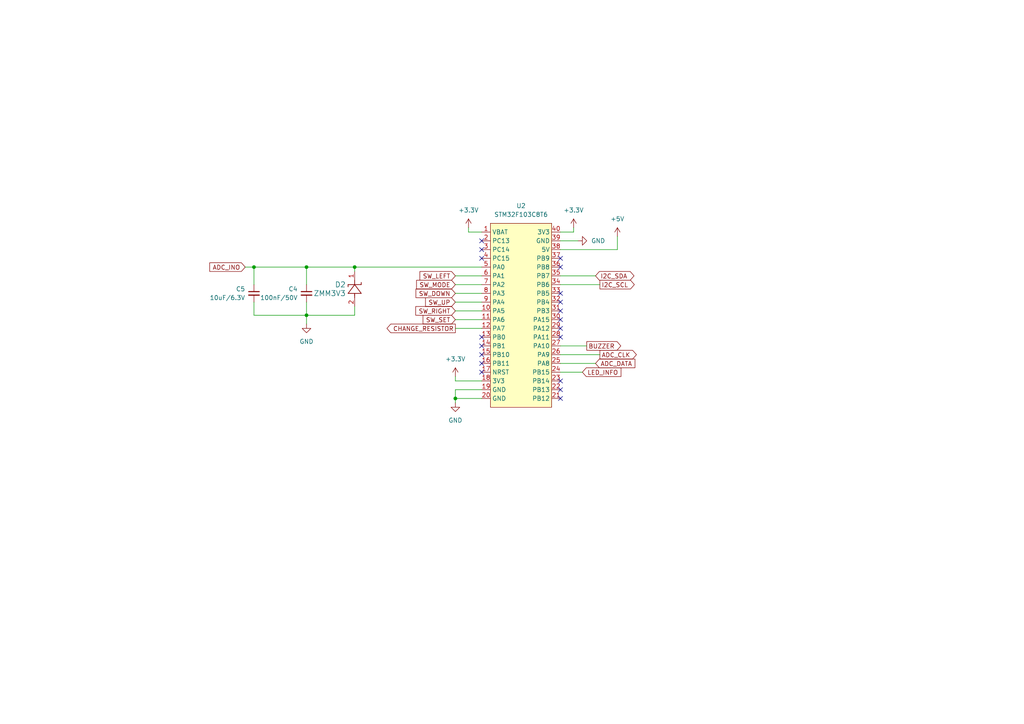
<source format=kicad_sch>
(kicad_sch (version 20230121) (generator eeschema)
  (paper "A4")
  (lib_symbols
    (symbol "Device:C_Small" (pin_numbers hide) (pin_names (offset 0.254) hide)
      (property "Reference" "C" (at 0.254 1.778 0))
      (property "Value" "C_Small" (at 0.254 -2.032 0))
      (symbol "C_Small_0_1"
        (polyline (pts (xy -1.524 -0.508) (xy 1.524 -0.508)) (stroke (width 0.3302)))
        (polyline (pts (xy -1.524 0.508) (xy 1.524 0.508)) (stroke (width 0.3048)))
      )
      (symbol "C_Small_1_1"
        (pin passive line (at 0 2.54 270) (length 2.032) (name "~") (number "1"))
        (pin passive line (at 0 -2.54 90) (length 2.032) (name "~") (number "2"))
      )
    )
    (symbol "STM32F103C8T6:STM32F103C8T6_BluePill"
      (property "Reference" "U" (at 0 1.27 0))
      (property "Value" "STM32F103C8T6" (at 12.7 -54.61 0))
      (symbol "STM32F103C8T6_BluePill_1_1"
        (rectangle (start 0 0) (end 17.78 -53.34) (fill (type background)))
        (pin unspecified line (at -2.54 -2.54 0) (length 2.54) (name "VBAT") (number "1"))
        (pin unspecified line (at -2.54 -25.4 0) (length 2.54) (name "PA5") (number "10"))
        (pin unspecified line (at -2.54 -27.94 0) (length 2.54) (name "PA6") (number "11"))
        (pin unspecified line (at -2.54 -30.48 0) (length 2.54) (name "PA7") (number "12"))
        (pin unspecified line (at -2.54 -33.02 0) (length 2.54) (name "PB0") (number "13"))
        (pin unspecified line (at -2.54 -35.56 0) (length 2.54) (name "PB1") (number "14"))
        (pin unspecified line (at -2.54 -38.1 0) (length 2.54) (name "PB10") (number "15"))
        (pin unspecified line (at -2.54 -40.64 0) (length 2.54) (name "PB11") (number "16"))
        (pin unspecified line (at -2.54 -43.18 0) (length 2.54) (name "NRST") (number "17"))
        (pin unspecified line (at -2.54 -45.72 0) (length 2.54) (name "3V3") (number "18"))
        (pin unspecified line (at -2.54 -48.26 0) (length 2.54) (name "GND") (number "19"))
        (pin unspecified line (at -2.54 -5.08 0) (length 2.54) (name "PC13") (number "2"))
        (pin unspecified line (at -2.54 -50.8 0) (length 2.54) (name "GND") (number "20"))
        (pin unspecified line (at 20.32 -50.8 180) (length 2.54) (name "PB12") (number "21"))
        (pin unspecified line (at 20.32 -48.26 180) (length 2.54) (name "PB13") (number "22"))
        (pin unspecified line (at 20.32 -45.72 180) (length 2.54) (name "PB14") (number "23"))
        (pin unspecified line (at 20.32 -43.18 180) (length 2.54) (name "PB15") (number "24"))
        (pin unspecified line (at 20.32 -40.64 180) (length 2.54) (name "PA8") (number "25"))
        (pin unspecified line (at 20.32 -38.1 180) (length 2.54) (name "PA9") (number "26"))
        (pin unspecified line (at 20.32 -35.56 180) (length 2.54) (name "PA10") (number "27"))
        (pin unspecified line (at 20.32 -33.02 180) (length 2.54) (name "PA11") (number "28"))
        (pin unspecified line (at 20.32 -30.48 180) (length 2.54) (name "PA12") (number "29"))
        (pin unspecified line (at -2.54 -7.62 0) (length 2.54) (name "PC14") (number "3"))
        (pin unspecified line (at 20.32 -27.94 180) (length 2.54) (name "PA15") (number "30"))
        (pin unspecified line (at 20.32 -25.4 180) (length 2.54) (name "PB3") (number "31"))
        (pin unspecified line (at 20.32 -22.86 180) (length 2.54) (name "PB4") (number "32"))
        (pin unspecified line (at 20.32 -20.32 180) (length 2.54) (name "PB5") (number "33"))
        (pin unspecified line (at 20.32 -17.78 180) (length 2.54) (name "PB6") (number "34"))
        (pin unspecified line (at 20.32 -15.24 180) (length 2.54) (name "PB7") (number "35"))
        (pin unspecified line (at 20.32 -12.7 180) (length 2.54) (name "PB8") (number "36"))
        (pin unspecified line (at 20.32 -10.16 180) (length 2.54) (name "PB9") (number "37"))
        (pin unspecified line (at 20.32 -7.62 180) (length 2.54) (name "5V") (number "38"))
        (pin unspecified line (at 20.32 -5.08 180) (length 2.54) (name "GND") (number "39"))
        (pin unspecified line (at -2.54 -10.16 0) (length 2.54) (name "PC15") (number "4"))
        (pin unspecified line (at 20.32 -2.54 180) (length 2.54) (name "3V3") (number "40"))
        (pin unspecified line (at -2.54 -12.7 0) (length 2.54) (name "PA0") (number "5"))
        (pin unspecified line (at -2.54 -15.24 0) (length 2.54) (name "PA1") (number "6"))
        (pin unspecified line (at -2.54 -17.78 0) (length 2.54) (name "PA2") (number "7"))
        (pin unspecified line (at -2.54 -20.32 0) (length 2.54) (name "PA3") (number "8"))
        (pin unspecified line (at -2.54 -22.86 0) (length 2.54) (name "PA4") (number "9"))
      )
    )
    (symbol "ZMM3V9_3V3:ZMM3V9" (pin_names (offset 0.254))
      (property "Reference" "D" (at 5.08 4.445 0))
      (property "Value" "ZMM3VX" (at 5.08 -3.81 0))
      (symbol "ZMM3V9_0_1"
        (polyline (pts (xy 2.54 0) (xy 3.4798 0)) (stroke (width 0.2032)))
        (polyline (pts (xy 3.175 0) (xy 3.81 0)) (stroke (width 0.2032)))
        (polyline (pts (xy 3.81 -1.905) (xy 6.35 0)) (stroke (width 0.2032)))
        (polyline (pts (xy 3.81 1.905) (xy 3.81 -1.905)) (stroke (width 0.2032)))
        (polyline (pts (xy 6.35 -1.905) (xy 5.715 -1.905)) (stroke (width 0.2032)))
        (polyline (pts (xy 6.35 -1.905) (xy 6.35 1.905)) (stroke (width 0.2032)))
        (polyline (pts (xy 6.35 0) (xy 3.81 1.905)) (stroke (width 0.2032)))
        (polyline (pts (xy 6.35 0) (xy 7.62 0)) (stroke (width 0.2032)))
        (polyline (pts (xy 6.35 1.905) (xy 6.985 1.905)) (stroke (width 0.2032)))
        (pin unspecified line (at 10.16 0 180) (length 2.54) (name "") (number "1"))
        (pin unspecified line (at 0 0 0) (length 2.54) (name "") (number "2"))
      )
    )
    (symbol "power:+3.3V" (power) (pin_names (offset 0))
      (property "Value" "+3.3V" (at 0 3.556 0))
      (symbol "+3.3V_0_1"
        (polyline (pts (xy -0.762 1.27) (xy 0 2.54)))
        (polyline (pts (xy 0 0) (xy 0 2.54)))
        (polyline (pts (xy 0 2.54) (xy 0.762 1.27)))
      )
      (symbol "+3.3V_1_1"
        (pin power_in line (at 0 0 90) (length 0) hide (name "+3.3V") (number "1"))
      )
    )
    (symbol "power:+5V" (power) (pin_names (offset 0))
      (property "Value" "+5V" (at 0 3.556 0))
      (symbol "+5V_0_1"
        (polyline (pts (xy -0.762 1.27) (xy 0 2.54)))
        (polyline (pts (xy 0 0) (xy 0 2.54)))
        (polyline (pts (xy 0 2.54) (xy 0.762 1.27)))
      )
      (symbol "+5V_1_1"
        (pin power_in line (at 0 0 90) (length 0) hide (name "+5V") (number "1"))
      )
    )
    (symbol "power:GND" (power) (pin_names (offset 0))
      (property "Value" "GND" (at 0 -3.81 0))
      (symbol "GND_0_1"
        (polyline (pts (xy 0 0) (xy 0 -1.27) (xy 1.27 -1.27) (xy 0 -2.54) (xy -1.27 -1.27) (xy 0 -1.27)))
      )
      (symbol "GND_1_1"
        (pin power_in line (at 0 0 270) (length 0) hide (name "GND") (number "1"))
      )
    )
  )
  (junction (at 88.9 91.44))
  (junction (at 88.9 77.47))
  (junction (at 132.08 115.57))
  (junction (at 102.87 77.47))
  (junction (at 73.66 77.47))
  (no_connect (at 139.7 97.79))
  (no_connect (at 162.56 110.49))
  (no_connect (at 139.7 105.41))
  (no_connect (at 162.56 85.09))
  (no_connect (at 139.7 100.33))
  (no_connect (at 162.56 115.57))
  (no_connect (at 162.56 113.03))
  (no_connect (at 162.56 74.93))
  (no_connect (at 162.56 90.17))
  (no_connect (at 162.56 77.47))
  (no_connect (at 139.7 72.39))
  (no_connect (at 162.56 97.79))
  (no_connect (at 139.7 102.87))
  (no_connect (at 139.7 107.95))
  (no_connect (at 139.7 74.93))
  (no_connect (at 162.56 92.71))
  (no_connect (at 162.56 95.25))
  (no_connect (at 139.7 69.85))
  (no_connect (at 162.56 87.63))
  (wire (pts (xy 132.08 80.01) (xy 139.7 80.01)))
  (wire (pts (xy 167.64 69.85) (xy 162.56 69.85)))
  (wire (pts (xy 102.87 91.44) (xy 88.9 91.44)))
  (wire (pts (xy 102.87 88.9) (xy 102.87 91.44)))
  (wire (pts (xy 135.89 67.31) (xy 139.7 67.31)))
  (wire (pts (xy 132.08 95.25) (xy 139.7 95.25)))
  (wire (pts (xy 170.18 100.33) (xy 162.56 100.33)))
  (wire (pts (xy 162.56 72.39) (xy 179.07 72.39)))
  (wire (pts (xy 73.66 87.63) (xy 73.66 91.44)))
  (wire (pts (xy 135.89 66.04) (xy 135.89 67.31)))
  (wire (pts (xy 162.56 102.87) (xy 173.99 102.87)))
  (wire (pts (xy 73.66 77.47) (xy 71.12 77.47)))
  (wire (pts (xy 162.56 105.41) (xy 172.72 105.41)))
  (wire (pts (xy 88.9 77.47) (xy 88.9 82.55)))
  (wire (pts (xy 132.08 85.09) (xy 139.7 85.09)))
  (wire (pts (xy 88.9 91.44) (xy 88.9 93.98)))
  (wire (pts (xy 132.08 82.55) (xy 139.7 82.55)))
  (wire (pts (xy 102.87 77.47) (xy 139.7 77.47)))
  (wire (pts (xy 166.37 66.04) (xy 166.37 67.31)))
  (wire (pts (xy 132.08 87.63) (xy 139.7 87.63)))
  (wire (pts (xy 88.9 87.63) (xy 88.9 91.44)))
  (wire (pts (xy 73.66 77.47) (xy 73.66 82.55)))
  (wire (pts (xy 132.08 92.71) (xy 139.7 92.71)))
  (wire (pts (xy 88.9 91.44) (xy 73.66 91.44)))
  (wire (pts (xy 179.07 68.58) (xy 179.07 72.39)))
  (wire (pts (xy 166.37 67.31) (xy 162.56 67.31)))
  (wire (pts (xy 132.08 110.49) (xy 139.7 110.49)))
  (wire (pts (xy 132.08 115.57) (xy 132.08 113.03)))
  (wire (pts (xy 102.87 77.47) (xy 88.9 77.47)))
  (wire (pts (xy 102.87 78.74) (xy 102.87 77.47)))
  (wire (pts (xy 132.08 90.17) (xy 139.7 90.17)))
  (wire (pts (xy 132.08 109.22) (xy 132.08 110.49)))
  (wire (pts (xy 173.99 82.55) (xy 162.56 82.55)))
  (wire (pts (xy 132.08 115.57) (xy 139.7 115.57)))
  (wire (pts (xy 132.08 113.03) (xy 139.7 113.03)))
  (wire (pts (xy 132.08 116.84) (xy 132.08 115.57)))
  (wire (pts (xy 168.91 107.95) (xy 162.56 107.95)))
  (wire (pts (xy 88.9 77.47) (xy 73.66 77.47)))
  (wire (pts (xy 172.72 80.01) (xy 162.56 80.01)))
  (global_label "CHANGE_RESISTOR" (shape output) (at 132.08 95.25 180) (property "Intersheetrefs" "${INTERSHEET_REFS}" (effects hide)))
  (global_label "BUZZER" (shape output) (at 170.18 100.33 0) (property "Intersheetrefs" "${INTERSHEET_REFS}" (effects hide)))
  (global_label "SW_MODE" (shape input) (at 132.08 82.55 180) (property "Intersheetrefs" "${INTERSHEET_REFS}" (effects hide)))
  (global_label "ADC_CLK" (shape output) (at 173.99 102.87 0) (property "Intersheetrefs" "${INTERSHEET_REFS}" (effects hide)))
  (global_label "I2C_SDA" (shape bidirectional) (at 172.72 80.01 0) (property "Intersheetrefs" "${INTERSHEET_REFS}" (effects hide)))
  (global_label "SW_RIGHT" (shape input) (at 132.08 90.17 180) (property "Intersheetrefs" "${INTERSHEET_REFS}" (effects hide)))
  (global_label "SW_UP" (shape input) (at 132.08 87.63 180) (property "Intersheetrefs" "${INTERSHEET_REFS}" (effects hide)))
  (global_label "I2C_SCL" (shape output) (at 173.99 82.55 0) (property "Intersheetrefs" "${INTERSHEET_REFS}" (effects hide)))
  (global_label "SW_SET" (shape input) (at 132.08 92.71 180) (property "Intersheetrefs" "${INTERSHEET_REFS}" (effects hide)))
  (global_label "SW_LEFT" (shape input) (at 132.08 80.01 180) (property "Intersheetrefs" "${INTERSHEET_REFS}" (effects hide)))
  (global_label "ADC_DATA" (shape input) (at 172.72 105.41 0) (property "Intersheetrefs" "${INTERSHEET_REFS}" (effects hide)))
  (global_label "ADC_INO" (shape input) (at 71.12 77.47 180) (property "Intersheetrefs" "${INTERSHEET_REFS}" (effects hide)))
  (global_label "LED_INFO" (shape input) (at 168.91 107.95 0) (property "Intersheetrefs" "${INTERSHEET_REFS}" (effects hide)))
  (global_label "SW_DOWN" (shape input) (at 132.08 85.09 180) (property "Intersheetrefs" "${INTERSHEET_REFS}" (effects hide)))
  (symbol (lib_id "Device:C_Small") (at 88.9 85.09 0) (mirror y) (unit 1)
    (property "Reference" "C4" (at 86.36 83.8263 0) (effects (justify left)))
    (property "Value" "100nF/50V" (at 86.36 86.3663 0) (effects (justify left)))
    (property "Footprint" "Capacitor_SMD:C_0805_2012Metric_Pad1.18x1.45mm_HandSolder" (effects hide))
    (property "URL" "https://www.thegioiic.com/tu-gom-0805-100nf-0-1uf-50v" (effects hide))
    (instances (project "Brightness_Meter_TB" (path "" (reference "C4") (unit 1))) (project "Brightness_Meter" (path "" (reference "C16") (unit 1)) (path "" (reference "C52") (unit 1))))
  )
  (symbol (lib_id "STM32F103C8T6:STM32F103C8T6_BluePill") (at 142.24 64.77 0) (unit 1)
    (property "Reference" "U2" (at 151.13 59.69 0))
    (property "Value" "STM32F103C8T6" (at 151.13 62.23 0))
    (property "Footprint" "Bluepill:STM32F103C8T6_BP" (effects hide))
  )
  (symbol (lib_id "power:GND") (at 167.64 69.85 90) (unit 1)
    (property "Reference" "#PWR044" (effects hide))
    (property "Value" "GND" (at 171.45 69.85 90) (effects (justify right)))
  )
  (symbol (lib_id "power:GND") (at 88.9 93.98 0) (mirror y) (unit 1)
    (property "Reference" "#PWR07" (effects hide))
    (property "Value" "GND" (at 88.9 99.06 0))
    (instances (project "Brightness_Meter_TB" (path "" (reference "#PWR07") (unit 1))) (project "Brightness_Meter" (path "" (reference "#PWR066") (unit 1))))
  )
  (symbol (lib_id "power:GND") (at 132.08 116.84 0) (unit 1)
    (property "Reference" "#PWR045" (effects hide))
    (property "Value" "GND" (at 132.08 121.92 0))
  )
  (symbol (lib_id "ZMM3V9_3V3:ZMM3V9") (at 102.87 88.9 270) (mirror x) (unit 1)
    (property "Reference" "D2" (at 100.33 82.55 90) (effects (font (size 1.524 1.524)) (justify right)))
    (property "Value" "ZMM3V3" (at 100.33 85.09 90) (effects (font (size 1.524 1.524)) (justify right)))
    (property "Footprint" "ZMM3V9_3V3:ZDO_ZMM_3p5x1p45_STM" (effects hide))
    (property "URL" "https://www.thegioiic.com/zmm3v3-diode-zener-3-3v-500mw-smd" (effects hide))
    (instances (project "Brightness_Meter_TB" (path "" (reference "D2") (unit 1))) (project "Brightness_Meter" (path "" (reference "D4") (unit 1))))
  )
  (symbol (lib_id "Device:C_Small") (at 73.66 85.09 0) (mirror y) (unit 1)
    (property "Reference" "C5" (at 71.12 83.8263 0) (effects (justify left)))
    (property "Value" "10uF/6.3V" (at 71.12 86.3663 0) (effects (justify left)))
    (property "Footprint" "Capacitor_SMD:C_0805_2012Metric_Pad1.18x1.45mm_HandSolder" (effects hide))
    (property "URL" "https://www.thegioiic.com/tu-gom-0805-10uf-6-3v" (effects hide))
    (instances (project "Brightness_Meter_TB" (path "" (reference "C5") (unit 1))) (project "Brightness_Meter" (path "" (reference "C16") (unit 1)) (path "" (reference "C51") (unit 1))))
  )
  (symbol (lib_id "power:+3.3V") (at 166.37 66.04 0) (unit 1)
    (property "Reference" "#PWR047" (effects hide))
    (property "Value" "+3.3V" (at 166.37 60.96 0))
  )
  (symbol (lib_id "power:+5V") (at 179.07 68.58 0) (unit 1)
    (property "Reference" "#PWR042" (effects hide))
    (property "Value" "+5V" (at 179.07 63.5 0))
    (instances (project "Brightness_Meter_TB" (path "" (reference "#PWR042") (unit 1)) (path "" (reference "#PWR043") (unit 1))))
  )
  (symbol (lib_id "power:+3.3V") (at 132.08 109.22 0) (unit 1)
    (property "Reference" "#PWR046" (effects hide))
    (property "Value" "+3.3V" (at 132.08 104.14 0))
  )
  (symbol (lib_id "power:+3.3V") (at 135.89 66.04 0) (unit 1)
    (property "Reference" "#PWR048" (effects hide))
    (property "Value" "+3.3V" (at 135.89 60.96 0))
  )
)
</source>
